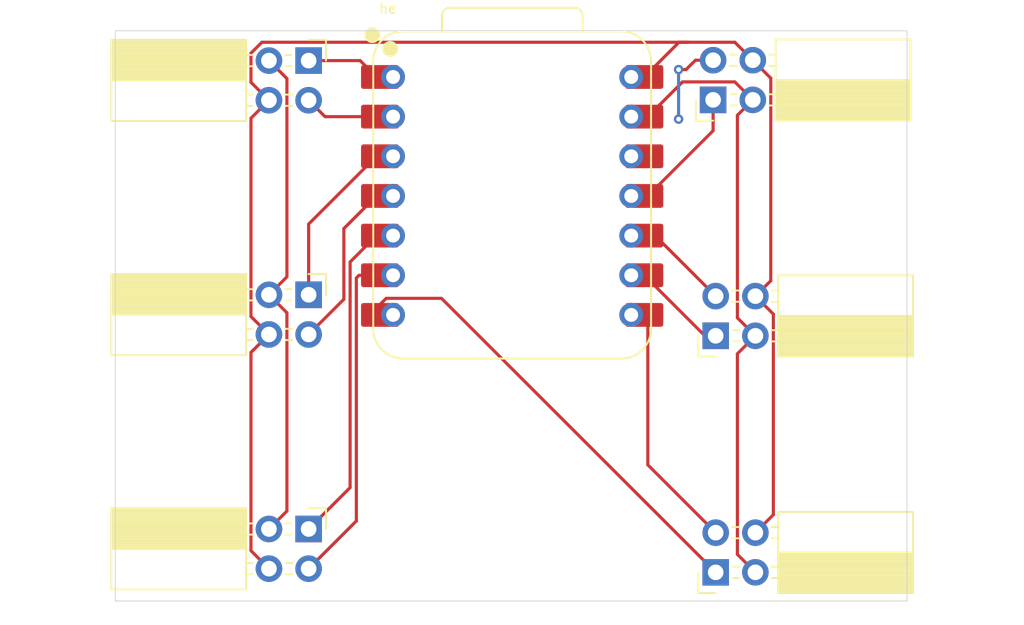
<source format=kicad_pcb>
(kicad_pcb (version 20240108) (generator "pcbnew") (generator_version "8.0")
  (layers (0 "F.Cu" signal) (31 "B.Cu" signal) (34 "B.Paste" user) (35 "F.Paste" user) (36 "B.SilkS" user "B.Silkscreen") (37 "F.SilkS" user "F.Silkscreen") (38 "B.Mask" user) (39 "F.Mask" user) (44 "Edge.Cuts" user))
  (net 0 "")
  (net 1 "5V")
  (net 2 "GND")
  (net 3 "1")
  (net 4 "2")
  (net 5 "3")
  (net 6 "4")
  (net 7 "5")
  (net 8 "6")
  (net 9 "7")
  (net 10 "8")
  (net 11 "9")
  (net 12 "10")
  (net 13 "11")
  (net 14 "12")
  (footprint "Connector_PinSocket_2.54mm:PinSocket_2x02_P2.54mm_Horizontal" (layer "F.Cu") (at 171.235 37.29 180)
    (property "Reference" "dadada" (hide yes))
    (property "Value" "PinSocket_2x02_P2.54mm_Horizontal")
    (fp_line (start 1.11 -1.33) (end 1.11 0) (stroke (width 0.12)) (layer "F.SilkS"))
    (fp_line (start 0 -1.33) (end 1.11 -1.33) (stroke (width 0.12)) (layer "F.SilkS"))
    (fp_line (start -1.49 2.9) (end -1.05 2.9) (stroke (width 0.12)) (layer "F.SilkS"))
    (fp_line (start -1.49 2.18) (end -1.05 2.18) (stroke (width 0.12)) (layer "F.SilkS"))
    (fp_line (start -1.49 0.36) (end -1.11 0.36) (stroke (width 0.12)) (layer "F.SilkS"))
    (fp_line (start -1.49 -0.36) (end -1.11 -0.36) (stroke (width 0.12)) (layer "F.SilkS"))
    (fp_line (start -4 2.9) (end -3.59 2.9) (stroke (width 0.12)) (layer "F.SilkS"))
    (fp_line (start -4 2.18) (end -3.59 2.18) (stroke (width 0.12)) (layer "F.SilkS"))
    (fp_line (start -4 0.36) (end -3.59 0.36) (stroke (width 0.12)) (layer "F.SilkS"))
    (fp_line (start -4 -0.36) (end -3.59 -0.36) (stroke (width 0.12)) (layer "F.SilkS"))
    (fp_line (start -4 -1.33) (end -4 3.87) (stroke (width 0.12)) (layer "F.SilkS"))
    (fp_line (start -12.63 3.87) (end -4 3.87) (stroke (width 0.12)) (layer "F.SilkS"))
    (fp_line (start -12.63 1.27) (end -4 1.27) (stroke (width 0.12)) (layer "F.SilkS"))
    (fp_line (start -12.63 1.1519) (end -4 1.1519) (stroke (width 0.12)) (layer "F.SilkS"))
    (fp_line (start -12.63 1.033805) (end -4 1.033805) (stroke (width 0.12)) (layer "F.SilkS"))
    (fp_line (start -12.63 0.91571) (end -4 0.91571) (stroke (width 0.12)) (layer "F.SilkS"))
    (fp_line (start -12.63 0.797615) (end -4 0.797615) (stroke (width 0.12)) (layer "F.SilkS"))
    (fp_line (start -12.63 0.67952) (end -4 0.67952) (stroke (width 0.12)) (layer "F.SilkS"))
    (fp_line (start -12.63 0.561425) (end -4 0.561425) (stroke (width 0.12)) (layer "F.SilkS"))
    (fp_line (start -12.63 0.44333) (end -4 0.44333) (stroke (width 0.12)) (layer "F.SilkS"))
    (fp_line (start -12.63 0.325235) (end -4 0.325235) (stroke (width 0.12)) (layer "F.SilkS"))
    (fp_line (start -12.63 0.20714) (end -4 0.20714) (stroke (width 0.12)) (layer "F.SilkS"))
    (fp_line (start -12.63 0.089045) (end -4 0.089045) (stroke (width 0.12)) (layer "F.SilkS"))
    (fp_line (start -12.63 -0.02905) (end -4 -0.02905) (stroke (width 0.12)) (layer "F.SilkS"))
    (fp_line (start -12.63 -0.147145) (end -4 -0.147145) (stroke (width 0.12)) (layer "F.SilkS"))
    (fp_line (start -12.63 -0.26524) (end -4 -0.26524) (stroke (width 0.12)) (layer "F.SilkS"))
    (fp_line (start -12.63 -0.383335) (end -4 -0.383335) (stroke (width 0.12)) (layer "F.SilkS"))
    (fp_line (start -12.63 -0.50143) (end -4 -0.50143) (stroke (width 0.12)) (layer "F.SilkS"))
    (fp_line (start -12.63 -0.619525) (end -4 -0.619525) (stroke (width 0.12)) (layer "F.SilkS"))
    (fp_line (start -12.63 -0.73762) (end -4 -0.73762) (stroke (width 0.12)) (layer "F.SilkS"))
    (fp_line (start -12.63 -0.855715) (end -4 -0.855715) (stroke (width 0.12)) (layer "F.SilkS"))
    (fp_line (start -12.63 -0.97381) (end -4 -0.97381) (stroke (width 0.12)) (layer "F.SilkS"))
    (fp_line (start -12.63 -1.091905) (end -4 -1.091905) (stroke (width 0.12)) (layer "F.SilkS"))
    (fp_line (start -12.63 -1.21) (end -4 -1.21) (stroke (width 0.12)) (layer "F.SilkS"))
    (fp_line (start -12.63 -1.33) (end -4 -1.33) (stroke (width 0.12)) (layer "F.SilkS"))
    (fp_line (start -12.63 -1.33) (end -12.63 3.87) (stroke (width 0.12)) (layer "F.SilkS"))
    (pad "1" thru_hole rect (at 0 0 180) (size 1.7 1.7) (drill 1) (layers "*.Cu" "*.Mask") (net 13 "11"))
    (pad "2" thru_hole oval (at -2.54 0 180) (size 1.7 1.7) (drill 1) (layers "*.Cu" "*.Mask") (net 2 "GND"))
    (pad "3" thru_hole oval (at 0 2.54 180) (size 1.7 1.7) (drill 1) (layers "*.Cu" "*.Mask") (net 14 "12"))
    (pad "4" thru_hole oval (at -2.54 2.54 180) (size 1.7 1.7) (drill 1) (layers "*.Cu" "*.Mask") (net 1 "5V"))
  )
  (footprint "Connector_PinSocket_2.54mm:PinSocket_2x02_P2.54mm_Horizontal" (layer "F.Cu") (at 145.35 64.775)
    (property "Reference" "adadad" (hide yes))
    (property "Value" "PinSocket_2x02_P2.54mm_Horizontal")
    (fp_line (start -12.63 -1.33) (end -12.63 3.87) (stroke (width 0.12)) (layer "F.SilkS"))
    (fp_line (start -12.63 -1.33) (end -4 -1.33) (stroke (width 0.12)) (layer "F.SilkS"))
    (fp_line (start -12.63 -1.21) (end -4 -1.21) (stroke (width 0.12)) (layer "F.SilkS"))
    (fp_line (start -12.63 -1.091905) (end -4 -1.091905) (stroke (width 0.12)) (layer "F.SilkS"))
    (fp_line (start -12.63 -0.97381) (end -4 -0.97381) (stroke (width 0.12)) (layer "F.SilkS"))
    (fp_line (start -12.63 -0.855715) (end -4 -0.855715) (stroke (width 0.12)) (layer "F.SilkS"))
    (fp_line (start -12.63 -0.73762) (end -4 -0.73762) (stroke (width 0.12)) (layer "F.SilkS"))
    (fp_line (start -12.63 -0.619525) (end -4 -0.619525) (stroke (width 0.12)) (layer "F.SilkS"))
    (fp_line (start -12.63 -0.50143) (end -4 -0.50143) (stroke (width 0.12)) (layer "F.SilkS"))
    (fp_line (start -12.63 -0.383335) (end -4 -0.383335) (stroke (width 0.12)) (layer "F.SilkS"))
    (fp_line (start -12.63 -0.26524) (end -4 -0.26524) (stroke (width 0.12)) (layer "F.SilkS"))
    (fp_line (start -12.63 -0.147145) (end -4 -0.147145) (stroke (width 0.12)) (layer "F.SilkS"))
    (fp_line (start -12.63 -0.02905) (end -4 -0.02905) (stroke (width 0.12)) (layer "F.SilkS"))
    (fp_line (start -12.63 0.089045) (end -4 0.089045) (stroke (width 0.12)) (layer "F.SilkS"))
    (fp_line (start -12.63 0.20714) (end -4 0.20714) (stroke (width 0.12)) (layer "F.SilkS"))
    (fp_line (start -12.63 0.325235) (end -4 0.325235) (stroke (width 0.12)) (layer "F.SilkS"))
    (fp_line (start -12.63 0.44333) (end -4 0.44333) (stroke (width 0.12)) (layer "F.SilkS"))
    (fp_line (start -12.63 0.561425) (end -4 0.561425) (stroke (width 0.12)) (layer "F.SilkS"))
    (fp_line (start -12.63 0.67952) (end -4 0.67952) (stroke (width 0.12)) (layer "F.SilkS"))
    (fp_line (start -12.63 0.797615) (end -4 0.797615) (stroke (width 0.12)) (layer "F.SilkS"))
    (fp_line (start -12.63 0.91571) (end -4 0.91571) (stroke (width 0.12)) (layer "F.SilkS"))
    (fp_line (start -12.63 1.033805) (end -4 1.033805) (stroke (width 0.12)) (layer "F.SilkS"))
    (fp_line (start -12.63 1.1519) (end -4 1.1519) (stroke (width 0.12)) (layer "F.SilkS"))
    (fp_line (start -12.63 1.27) (end -4 1.27) (stroke (width 0.12)) (layer "F.SilkS"))
    (fp_line (start -12.63 3.87) (end -4 3.87) (stroke (width 0.12)) (layer "F.SilkS"))
    (fp_line (start -4 -1.33) (end -4 3.87) (stroke (width 0.12)) (layer "F.SilkS"))
    (fp_line (start -4 -0.36) (end -3.59 -0.36) (stroke (width 0.12)) (layer "F.SilkS"))
    (fp_line (start -4 0.36) (end -3.59 0.36) (stroke (width 0.12)) (layer "F.SilkS"))
    (fp_line (start -4 2.18) (end -3.59 2.18) (stroke (width 0.12)) (layer "F.SilkS"))
    (fp_line (start -4 2.9) (end -3.59 2.9) (stroke (width 0.12)) (layer "F.SilkS"))
    (fp_line (start -1.49 -0.36) (end -1.11 -0.36) (stroke (width 0.12)) (layer "F.SilkS"))
    (fp_line (start -1.49 0.36) (end -1.11 0.36) (stroke (width 0.12)) (layer "F.SilkS"))
    (fp_line (start -1.49 2.18) (end -1.05 2.18) (stroke (width 0.12)) (layer "F.SilkS"))
    (fp_line (start -1.49 2.9) (end -1.05 2.9) (stroke (width 0.12)) (layer "F.SilkS"))
    (fp_line (start 0 -1.33) (end 1.11 -1.33) (stroke (width 0.12)) (layer "F.SilkS"))
    (fp_line (start 1.11 -1.33) (end 1.11 0) (stroke (width 0.12)) (layer "F.SilkS"))
    (pad "1" thru_hole rect (at 0 0) (size 1.7 1.7) (drill 1) (layers "*.Cu" "*.Mask") (net 7 "5"))
    (pad "2" thru_hole oval (at -2.54 0) (size 1.7 1.7) (drill 1) (layers "*.Cu" "*.Mask") (net 2 "GND"))
    (pad "3" thru_hole oval (at 0 2.54) (size 1.7 1.7) (drill 1) (layers "*.Cu" "*.Mask") (net 8 "6"))
    (pad "4" thru_hole oval (at -2.54 2.54) (size 1.7 1.7) (drill 1) (layers "*.Cu" "*.Mask") (net 1 "5V"))
  )
  (footprint "Connector_PinSocket_2.54mm:PinSocket_2x02_P2.54mm_Horizontal" (layer "F.Cu") (at 145.35 49.775)
    (property "Reference" "ad" (hide yes))
    (property "Value" "PinSocket_2x02_P2.54mm_Horizontal")
    (fp_line (start -12.63 -1.33) (end -12.63 3.87) (stroke (width 0.12)) (layer "F.SilkS"))
    (fp_line (start -12.63 -1.33) (end -4 -1.33) (stroke (width 0.12)) (layer "F.SilkS"))
    (fp_line (start -12.63 -1.21) (end -4 -1.21) (stroke (width 0.12)) (layer "F.SilkS"))
    (fp_line (start -12.63 -1.091905) (end -4 -1.091905) (stroke (width 0.12)) (layer "F.SilkS"))
    (fp_line (start -12.63 -0.97381) (end -4 -0.97381) (stroke (width 0.12)) (layer "F.SilkS"))
    (fp_line (start -12.63 -0.855715) (end -4 -0.855715) (stroke (width 0.12)) (layer "F.SilkS"))
    (fp_line (start -12.63 -0.73762) (end -4 -0.73762) (stroke (width 0.12)) (layer "F.SilkS"))
    (fp_line (start -12.63 -0.619525) (end -4 -0.619525) (stroke (width 0.12)) (layer "F.SilkS"))
    (fp_line (start -12.63 -0.50143) (end -4 -0.50143) (stroke (width 0.12)) (layer "F.SilkS"))
    (fp_line (start -12.63 -0.383335) (end -4 -0.383335) (stroke (width 0.12)) (layer "F.SilkS"))
    (fp_line (start -12.63 -0.26524) (end -4 -0.26524) (stroke (width 0.12)) (layer "F.SilkS"))
    (fp_line (start -12.63 -0.147145) (end -4 -0.147145) (stroke (width 0.12)) (layer "F.SilkS"))
    (fp_line (start -12.63 -0.02905) (end -4 -0.02905) (stroke (width 0.12)) (layer "F.SilkS"))
    (fp_line (start -12.63 0.089045) (end -4 0.089045) (stroke (width 0.12)) (layer "F.SilkS"))
    (fp_line (start -12.63 0.20714) (end -4 0.20714) (stroke (width 0.12)) (layer "F.SilkS"))
    (fp_line (start -12.63 0.325235) (end -4 0.325235) (stroke (width 0.12)) (layer "F.SilkS"))
    (fp_line (start -12.63 0.44333) (end -4 0.44333) (stroke (width 0.12)) (layer "F.SilkS"))
    (fp_line (start -12.63 0.561425) (end -4 0.561425) (stroke (width 0.12)) (layer "F.SilkS"))
    (fp_line (start -12.63 0.67952) (end -4 0.67952) (stroke (width 0.12)) (layer "F.SilkS"))
    (fp_line (start -12.63 0.797615) (end -4 0.797615) (stroke (width 0.12)) (layer "F.SilkS"))
    (fp_line (start -12.63 0.91571) (end -4 0.91571) (stroke (width 0.12)) (layer "F.SilkS"))
    (fp_line (start -12.63 1.033805) (end -4 1.033805) (stroke (width 0.12)) (layer "F.SilkS"))
    (fp_line (start -12.63 1.1519) (end -4 1.1519) (stroke (width 0.12)) (layer "F.SilkS"))
    (fp_line (start -12.63 1.27) (end -4 1.27) (stroke (width 0.12)) (layer "F.SilkS"))
    (fp_line (start -12.63 3.87) (end -4 3.87) (stroke (width 0.12)) (layer "F.SilkS"))
    (fp_line (start -4 -1.33) (end -4 3.87) (stroke (width 0.12)) (layer "F.SilkS"))
    (fp_line (start -4 -0.36) (end -3.59 -0.36) (stroke (width 0.12)) (layer "F.SilkS"))
    (fp_line (start -4 0.36) (end -3.59 0.36) (stroke (width 0.12)) (layer "F.SilkS"))
    (fp_line (start -4 2.18) (end -3.59 2.18) (stroke (width 0.12)) (layer "F.SilkS"))
    (fp_line (start -4 2.9) (end -3.59 2.9) (stroke (width 0.12)) (layer "F.SilkS"))
    (fp_line (start -1.49 -0.36) (end -1.11 -0.36) (stroke (width 0.12)) (layer "F.SilkS"))
    (fp_line (start -1.49 0.36) (end -1.11 0.36) (stroke (width 0.12)) (layer "F.SilkS"))
    (fp_line (start -1.49 2.18) (end -1.05 2.18) (stroke (width 0.12)) (layer "F.SilkS"))
    (fp_line (start -1.49 2.9) (end -1.05 2.9) (stroke (width 0.12)) (layer "F.SilkS"))
    (fp_line (start 0 -1.33) (end 1.11 -1.33) (stroke (width 0.12)) (layer "F.SilkS"))
    (fp_line (start 1.11 -1.33) (end 1.11 0) (stroke (width 0.12)) (layer "F.SilkS"))
    (pad "1" thru_hole rect (at 0 0) (size 1.7 1.7) (drill 1) (layers "*.Cu" "*.Mask") (net 5 "3"))
    (pad "2" thru_hole oval (at -2.54 0) (size 1.7 1.7) (drill 1) (layers "*.Cu" "*.Mask") (net 2 "GND"))
    (pad "3" thru_hole oval (at 0 2.54) (size 1.7 1.7) (drill 1) (layers "*.Cu" "*.Mask") (net 6 "4"))
    (pad "4" thru_hole oval (at -2.54 2.54) (size 1.7 1.7) (drill 1) (layers "*.Cu" "*.Mask") (net 1 "5V"))
  )
  (footprint "Connector_PinSocket_2.54mm:PinSocket_2x02_P2.54mm_Horizontal" (layer "F.Cu") (at 171.4 67.55 180)
    (property "Reference" "REF**5" (hide yes))
    (property "Value" "PinSocket_2x02_P2.54mm_Horizontal")
    (fp_line (start 1.11 -1.33) (end 1.11 0) (stroke (width 0.12)) (layer "F.SilkS"))
    (fp_line (start 0 -1.33) (end 1.11 -1.33) (stroke (width 0.12)) (layer "F.SilkS"))
    (fp_line (start -1.49 2.9) (end -1.05 2.9) (stroke (width 0.12)) (layer "F.SilkS"))
    (fp_line (start -1.49 2.18) (end -1.05 2.18) (stroke (width 0.12)) (layer "F.SilkS"))
    (fp_line (start -1.49 0.36) (end -1.11 0.36) (stroke (width 0.12)) (layer "F.SilkS"))
    (fp_line (start -1.49 -0.36) (end -1.11 -0.36) (stroke (width 0.12)) (layer "F.SilkS"))
    (fp_line (start -4 2.9) (end -3.59 2.9) (stroke (width 0.12)) (layer "F.SilkS"))
    (fp_line (start -4 2.18) (end -3.59 2.18) (stroke (width 0.12)) (layer "F.SilkS"))
    (fp_line (start -4 0.36) (end -3.59 0.36) (stroke (width 0.12)) (layer "F.SilkS"))
    (fp_line (start -4 -0.36) (end -3.59 -0.36) (stroke (width 0.12)) (layer "F.SilkS"))
    (fp_line (start -4 -1.33) (end -4 3.87) (stroke (width 0.12)) (layer "F.SilkS"))
    (fp_line (start -12.63 3.87) (end -4 3.87) (stroke (width 0.12)) (layer "F.SilkS"))
    (fp_line (start -12.63 1.27) (end -4 1.27) (stroke (width 0.12)) (layer "F.SilkS"))
    (fp_line (start -12.63 1.1519) (end -4 1.1519) (stroke (width 0.12)) (layer "F.SilkS"))
    (fp_line (start -12.63 1.033805) (end -4 1.033805) (stroke (width 0.12)) (layer "F.SilkS"))
    (fp_line (start -12.63 0.91571) (end -4 0.91571) (stroke (width 0.12)) (layer "F.SilkS"))
    (fp_line (start -12.63 0.797615) (end -4 0.797615) (stroke (width 0.12)) (layer "F.SilkS"))
    (fp_line (start -12.63 0.67952) (end -4 0.67952) (stroke (width 0.12)) (layer "F.SilkS"))
    (fp_line (start -12.63 0.561425) (end -4 0.561425) (stroke (width 0.12)) (layer "F.SilkS"))
    (fp_line (start -12.63 0.44333) (end -4 0.44333) (stroke (width 0.12)) (layer "F.SilkS"))
    (fp_line (start -12.63 0.325235) (end -4 0.325235) (stroke (width 0.12)) (layer "F.SilkS"))
    (fp_line (start -12.63 0.20714) (end -4 0.20714) (stroke (width 0.12)) (layer "F.SilkS"))
    (fp_line (start -12.63 0.089045) (end -4 0.089045) (stroke (width 0.12)) (layer "F.SilkS"))
    (fp_line (start -12.63 -0.02905) (end -4 -0.02905) (stroke (width 0.12)) (layer "F.SilkS"))
    (fp_line (start -12.63 -0.147145) (end -4 -0.147145) (stroke (width 0.12)) (layer "F.SilkS"))
    (fp_line (start -12.63 -0.26524) (end -4 -0.26524) (stroke (width 0.12)) (layer "F.SilkS"))
    (fp_line (start -12.63 -0.383335) (end -4 -0.383335) (stroke (width 0.12)) (layer "F.SilkS"))
    (fp_line (start -12.63 -0.50143) (end -4 -0.50143) (stroke (width 0.12)) (layer "F.SilkS"))
    (fp_line (start -12.63 -0.619525) (end -4 -0.619525) (stroke (width 0.12)) (layer "F.SilkS"))
    (fp_line (start -12.63 -0.73762) (end -4 -0.73762) (stroke (width 0.12)) (layer "F.SilkS"))
    (fp_line (start -12.63 -0.855715) (end -4 -0.855715) (stroke (width 0.12)) (layer "F.SilkS"))
    (fp_line (start -12.63 -0.97381) (end -4 -0.97381) (stroke (width 0.12)) (layer "F.SilkS"))
    (fp_line (start -12.63 -1.091905) (end -4 -1.091905) (stroke (width 0.12)) (layer "F.SilkS"))
    (fp_line (start -12.63 -1.21) (end -4 -1.21) (stroke (width 0.12)) (layer "F.SilkS"))
    (fp_line (start -12.63 -1.33) (end -4 -1.33) (stroke (width 0.12)) (layer "F.SilkS"))
    (fp_line (start -12.63 -1.33) (end -12.63 3.87) (stroke (width 0.12)) (layer "F.SilkS"))
    (pad "1" thru_hole rect (at 0 0 180) (size 1.7 1.7) (drill 1) (layers "*.Cu" "*.Mask") (net 9 "7"))
    (pad "2" thru_hole oval (at -2.54 0 180) (size 1.7 1.7) (drill 1) (layers "*.Cu" "*.Mask") (net 2 "GND"))
    (pad "3" thru_hole oval (at 0 2.54 180) (size 1.7 1.7) (drill 1) (layers "*.Cu" "*.Mask") (net 10 "8"))
    (pad "4" thru_hole oval (at -2.54 2.54 180) (size 1.7 1.7) (drill 1) (layers "*.Cu" "*.Mask" "B.Paste") (net 1 "5V"))
  )
  (footprint "_kicad_footprints:XIAO-ESP32C6-DIP" (layer "F.Cu") (at 158.42 43.4435)
    (property "Reference" "he" (at -8 -12 0) (layer "F.SilkS") (effects (font (size 0.635 0.635) (thickness 0.1016))))
    (property "Value" "XIAO-ESP32-C6-DIP")
    (fp_line (start -8.935 8.509) (end -8.935 -8.636) (stroke (width 0.127)) (layer "F.SilkS"))
    (fp_line (start -7.03 10.414) (end 6.94 10.414) (stroke (width 0.127)) (layer "F.SilkS"))
    (fp_line (start -4.54 -10.541) (end -4.536272 -11.551272) (stroke (width 0.127)) (layer "F.SilkS"))
    (fp_line (start -4.036272 -12.051) (end 3.959 -12.051) (stroke (width 0.127)) (layer "F.SilkS"))
    (fp_line (start 4.459 -11.551) (end 4.459 -10.541) (stroke (width 0.127)) (layer "F.SilkS"))
    (fp_line (start 6.94 -10.541) (end -7.03 -10.541) (stroke (width 0.1)) (layer "F.SilkS"))
    (fp_line (start 6.94 -10.541) (end -7.03 -10.541) (stroke (width 0.127)) (layer "F.SilkS"))
    (fp_line (start 8.845 8.509) (end 8.845 -8.636) (stroke (width 0.127)) (layer "F.SilkS"))
    (fp_arc (start -8.935 -8.636) (mid -8.377038 -9.983038) (end -7.03 -10.541) (stroke (width 0.127)) (layer "F.SilkS"))
    (fp_arc (start -7.03 10.414) (mid -8.377038 9.856038) (end -8.935 8.509) (stroke (width 0.127)) (layer "F.SilkS"))
    (fp_arc (start -4.536272 -11.551272) (mid -4.389724 -11.904644) (end -4.036272 -12.051) (stroke (width 0.127)) (layer "F.SilkS"))
    (fp_arc (start 3.959 -12.051) (mid 4.312553 -11.904553) (end 4.459 -11.551) (stroke (width 0.127)) (layer "F.SilkS"))
    (fp_arc (start 6.94 -10.541) (mid 8.287038 -9.983038) (end 8.845 -8.636) (stroke (width 0.127)) (layer "F.SilkS"))
    (fp_arc (start 8.845 8.509) (mid 8.287038 9.856038) (end 6.94 10.414) (stroke (width 0.127)) (layer "F.SilkS"))
    (fp_circle (center -8.995 -10.3) (end -8.995 -10.554) (stroke (width 0.5)) (fill solid) (layer "F.SilkS"))
    (fp_circle (center -7.852 -9.42) (end -7.852 -9.674) (stroke (width 0.5)) (fill solid) (layer "F.SilkS"))
    (pad "1" smd roundrect (at -8.5 -7.62 180) (size 2.432 1.524) (layers "F.Cu" "F.Mask") (roundrect_rratio 0.1) (net 3 "1"))
    (pad "1" thru_hole circle (at -7.665 -7.62 180) (size 1.524 1.524) (drill 0.889) (layers "*.Cu" "*.Mask"))
    (pad "2" smd roundrect (at -8.5 -5.08 180) (size 2.432 1.524) (layers "F.Cu" "F.Mask") (roundrect_rratio 0.1) (net 4 "2"))
    (pad "2" thru_hole circle (at -7.665 -5.08 180) (size 1.524 1.524) (drill 0.889) (layers "*.Cu" "*.Mask"))
    (pad "3" smd roundrect (at -8.5 -2.54 180) (size 2.432 1.524) (layers "F.Cu" "F.Mask") (roundrect_rratio 0.1) (net 5 "3"))
    (pad "3" thru_hole circle (at -7.665 -2.54 180) (size 1.524 1.524) (drill 0.889) (layers "*.Cu" "*.Mask"))
    (pad "4" smd roundrect (at -8.5 0 180) (size 2.432 1.524) (layers "F.Cu" "F.Mask") (roundrect_rratio 0.1) (net 6 "4"))
    (pad "4" thru_hole circle (at -7.665 0 180) (size 1.524 1.524) (drill 0.889) (layers "*.Cu" "*.Mask"))
    (pad "5" smd roundrect (at -8.5 2.54 180) (size 2.432 1.524) (layers "F.Cu" "F.Mask") (roundrect_rratio 0.1) (net 7 "5"))
    (pad "5" thru_hole circle (at -7.665 2.54 180) (size 1.524 1.524) (drill 0.889) (layers "*.Cu" "*.Mask"))
    (pad "6" smd roundrect (at -8.5 5.08 180) (size 2.432 1.524) (layers "F.Cu" "F.Mask") (roundrect_rratio 0.1) (net 8 "6"))
    (pad "6" thru_hole circle (at -7.665 5.08 180) (size 1.524 1.524) (drill 0.889) (layers "*.Cu" "*.Mask"))
    (pad "7" smd roundrect (at -8.5 7.62 180) (size 2.432 1.524) (layers "F.Cu" "F.Mask") (roundrect_rratio 0.1) (net 9 "7"))
    (pad "7" thru_hole circle (at -7.665 7.62 180) (size 1.524 1.524) (drill 0.889) (layers "*.Cu" "*.Mask"))
    (pad "8" thru_hole circle (at 7.575 7.62) (size 1.524 1.524) (drill 0.889) (layers "*.Cu" "*.Mask"))
    (pad "8" smd roundrect (at 8.41 7.62) (size 2.432 1.524) (layers "F.Cu" "F.Mask") (roundrect_rratio 0.1) (net 10 "8"))
    (pad "9" thru_hole circle (at 7.575 5.08) (size 1.524 1.524) (drill 0.889) (layers "*.Cu" "*.Mask"))
    (pad "9" smd roundrect (at 8.41 5.08) (size 2.432 1.524) (layers "F.Cu" "F.Mask") (roundrect_rratio 0.1) (net 11 "9"))
    (pad "10" thru_hole circle (at 7.575 2.54) (size 1.524 1.524) (drill 0.889) (layers "*.Cu" "*.Mask"))
    (pad "10" smd roundrect (at 8.41 2.54) (size 2.432 1.524) (layers "F.Cu" "F.Mask") (roundrect_rratio 0.1) (net 12 "10"))
    (pad "11" thru_hole circle (at 7.575 0) (size 1.524 1.524) (drill 0.889) (layers "*.Cu" "*.Mask"))
    (pad "11" smd roundrect (at 8.41 0) (size 2.432 1.524) (layers "F.Cu" "F.Mask") (roundrect_rratio 0.1) (net 13 "11"))
    (pad "12" thru_hole circle (at 7.575 -2.54) (size 1.524 1.524) (drill 0.889) (layers "*.Cu" "*.Mask"))
    (pad "12" smd roundrect (at 8.41 -2.54) (size 2.432 1.524) (layers "F.Cu" "F.Mask") (roundrect_rratio 0.1))
    (pad "13" thru_hole circle (at 7.575 -5.08) (size 1.524 1.524) (drill 0.889) (layers "*.Cu" "*.Mask"))
    (pad "13" smd roundrect (at 8.41 -5.08) (size 2.432 1.524) (layers "F.Cu" "F.Mask") (roundrect_rratio 0.1) (net 2 "GND"))
    (pad "14" thru_hole circle (at 7.575 -7.62) (size 1.524 1.524) (drill 0.889) (layers "*.Cu" "*.Mask"))
    (pad "14" smd roundrect (at 8.41 -7.62) (size 2.432 1.524) (layers "F.Cu" "F.Mask") (roundrect_rratio 0.1) (net 1 "5V"))
  )
  (footprint "Connector_PinSocket_2.54mm:PinSocket_2x02_P2.54mm_Horizontal" (layer "F.Cu") (at 171.4 52.4 180)
    (property "Reference" "fdsf" (hide yes))
    (property "Value" "PinSocket_2x02_P2.54mm_Horizontal")
    (fp_line (start 1.11 -1.33) (end 1.11 0) (stroke (width 0.12)) (layer "F.SilkS"))
    (fp_line (start 0 -1.33) (end 1.11 -1.33) (stroke (width 0.12)) (layer "F.SilkS"))
    (fp_line (start -1.49 2.9) (end -1.05 2.9) (stroke (width 0.12)) (layer "F.SilkS"))
    (fp_line (start -1.49 2.18) (end -1.05 2.18) (stroke (width 0.12)) (layer "F.SilkS"))
    (fp_line (start -1.49 0.36) (end -1.11 0.36) (stroke (width 0.12)) (layer "F.SilkS"))
    (fp_line (start -1.49 -0.36) (end -1.11 -0.36) (stroke (width 0.12)) (layer "F.SilkS"))
    (fp_line (start -4 2.9) (end -3.59 2.9) (stroke (width 0.12)) (layer "F.SilkS"))
    (fp_line (start -4 2.18) (end -3.59 2.18) (stroke (width 0.12)) (layer "F.SilkS"))
    (fp_line (start -4 0.36) (end -3.59 0.36) (stroke (width 0.12)) (layer "F.SilkS"))
    (fp_line (start -4 -0.36) (end -3.59 -0.36) (stroke (width 0.12)) (layer "F.SilkS"))
    (fp_line (start -4 -1.33) (end -4 3.87) (stroke (width 0.12)) (layer "F.SilkS"))
    (fp_line (start -12.63 3.87) (end -4 3.87) (stroke (width 0.12)) (layer "F.SilkS"))
    (fp_line (start -12.63 1.27) (end -4 1.27) (stroke (width 0.12)) (layer "F.SilkS"))
    (fp_line (start -12.63 1.1519) (end -4 1.1519) (stroke (width 0.12)) (layer "F.SilkS"))
    (fp_line (start -12.63 1.033805) (end -4 1.033805) (stroke (width 0.12)) (layer "F.SilkS"))
    (fp_line (start -12.63 0.91571) (end -4 0.91571) (stroke (width 0.12)) (layer "F.SilkS"))
    (fp_line (start -12.63 0.797615) (end -4 0.797615) (stroke (width 0.12)) (layer "F.SilkS"))
    (fp_line (start -12.63 0.67952) (end -4 0.67952) (stroke (width 0.12)) (layer "F.SilkS"))
    (fp_line (start -12.63 0.561425) (end -4 0.561425) (stroke (width 0.12)) (layer "F.SilkS"))
    (fp_line (start -12.63 0.44333) (end -4 0.44333) (stroke (width 0.12)) (layer "F.SilkS"))
    (fp_line (start -12.63 0.325235) (end -4 0.325235) (stroke (width 0.12)) (layer "F.SilkS"))
    (fp_line (start -12.63 0.20714) (end -4 0.20714) (stroke (width 0.12)) (layer "F.SilkS"))
    (fp_line (start -12.63 0.089045) (end -4 0.089045) (stroke (width 0.12)) (layer "F.SilkS"))
    (fp_line (start -12.63 -0.02905) (end -4 -0.02905) (stroke (width 0.12)) (layer "F.SilkS"))
    (fp_line (start -12.63 -0.147145) (end -4 -0.147145) (stroke (width 0.12)) (layer "F.SilkS"))
    (fp_line (start -12.63 -0.26524) (end -4 -0.26524) (stroke (width 0.12)) (layer "F.SilkS"))
    (fp_line (start -12.63 -0.383335) (end -4 -0.383335) (stroke (width 0.12)) (layer "F.SilkS"))
    (fp_line (start -12.63 -0.50143) (end -4 -0.50143) (stroke (width 0.12)) (layer "F.SilkS"))
    (fp_line (start -12.63 -0.619525) (end -4 -0.619525) (stroke (width 0.12)) (layer "F.SilkS"))
    (fp_line (start -12.63 -0.73762) (end -4 -0.73762) (stroke (width 0.12)) (layer "F.SilkS"))
    (fp_line (start -12.63 -0.855715) (end -4 -0.855715) (stroke (width 0.12)) (layer "F.SilkS"))
    (fp_line (start -12.63 -0.97381) (end -4 -0.97381) (stroke (width 0.12)) (layer "F.SilkS"))
    (fp_line (start -12.63 -1.091905) (end -4 -1.091905) (stroke (width 0.12)) (layer "F.SilkS"))
    (fp_line (start -12.63 -1.21) (end -4 -1.21) (stroke (width 0.12)) (layer "F.SilkS"))
    (fp_line (start -12.63 -1.33) (end -4 -1.33) (stroke (width 0.12)) (layer "F.SilkS"))
    (fp_line (start -12.63 -1.33) (end -12.63 3.87) (stroke (width 0.12)) (layer "F.SilkS"))
    (pad "1" thru_hole rect (at 0 0 180) (size 1.7 1.7) (drill 1) (layers "*.Cu" "*.Mask") (net 11 "9"))
    (pad "2" thru_hole oval (at -2.54 0 180) (size 1.7 1.7) (drill 1) (layers "*.Cu" "*.Mask") (net 2 "GND"))
    (pad "3" thru_hole oval (at 0 2.54 180) (size 1.7 1.7) (drill 1) (layers "*.Cu" "*.Mask") (net 12 "10"))
    (pad "4" thru_hole oval (at -2.54 2.54 180) (size 1.7 1.7) (drill 1) (layers "*.Cu" "*.Mask") (net 1 "5V"))
  )
  (footprint "Connector_PinSocket_2.54mm:PinSocket_2x02_P2.54mm_Horizontal" (layer "F.Cu") (at 145.35 34.775)
    (property "Reference" "dawdad" (hide yes))
    (property "Value" "PinSocket_2x02_P2.54mm_Horizontal")
    (fp_line (start -12.63 -1.33) (end -12.63 3.87) (stroke (width 0.12)) (layer "F.SilkS"))
    (fp_line (start -12.63 -1.33) (end -4 -1.33) (stroke (width 0.12)) (layer "F.SilkS"))
    (fp_line (start -12.63 -1.21) (end -4 -1.21) (stroke (width 0.12)) (layer "F.SilkS"))
    (fp_line (start -12.63 -1.091905) (end -4 -1.091905) (stroke (width 0.12)) (layer "F.SilkS"))
    (fp_line (start -12.63 -0.97381) (end -4 -0.97381) (stroke (width 0.12)) (layer "F.SilkS"))
    (fp_line (start -12.63 -0.855715) (end -4 -0.855715) (stroke (width 0.12)) (layer "F.SilkS"))
    (fp_line (start -12.63 -0.73762) (end -4 -0.73762) (stroke (width 0.12)) (layer "F.SilkS"))
    (fp_line (start -12.63 -0.619525) (end -4 -0.619525) (stroke (width 0.12)) (layer "F.SilkS"))
    (fp_line (start -12.63 -0.50143) (end -4 -0.50143) (stroke (width 0.12)) (layer "F.SilkS"))
    (fp_line (start -12.63 -0.383335) (end -4 -0.383335) (stroke (width 0.12)) (layer "F.SilkS"))
    (fp_line (start -12.63 -0.26524) (end -4 -0.26524) (stroke (width 0.12)) (layer "F.SilkS"))
    (fp_line (start -12.63 -0.147145) (end -4 -0.147145) (stroke (width 0.12)) (layer "F.SilkS"))
    (fp_line (start -12.63 -0.02905) (end -4 -0.02905) (stroke (width 0.12)) (layer "F.SilkS"))
    (fp_line (start -12.63 0.089045) (end -4 0.089045) (stroke (width 0.12)) (layer "F.SilkS"))
    (fp_line (start -12.63 0.20714) (end -4 0.20714) (stroke (width 0.12)) (layer "F.SilkS"))
    (fp_line (start -12.63 0.325235) (end -4 0.325235) (stroke (width 0.12)) (layer "F.SilkS"))
    (fp_line (start -12.63 0.44333) (end -4 0.44333) (stroke (width 0.12)) (layer "F.SilkS"))
    (fp_line (start -12.63 0.561425) (end -4 0.561425) (stroke (width 0.12)) (layer "F.SilkS"))
    (fp_line (start -12.63 0.67952) (end -4 0.67952) (stroke (width 0.12)) (layer "F.SilkS"))
    (fp_line (start -12.63 0.797615) (end -4 0.797615) (stroke (width 0.12)) (layer "F.SilkS"))
    (fp_line (start -12.63 0.91571) (end -4 0.91571) (stroke (width 0.12)) (layer "F.SilkS"))
    (fp_line (start -12.63 1.033805) (end -4 1.033805) (stroke (width 0.12)) (layer "F.SilkS"))
    (fp_line (start -12.63 1.1519) (end -4 1.1519) (stroke (width 0.12)) (layer "F.SilkS"))
    (fp_line (start -12.63 1.27) (end -4 1.27) (stroke (width 0.12)) (layer "F.SilkS"))
    (fp_line (start -12.63 3.87) (end -4 3.87) (stroke (width 0.12)) (layer "F.SilkS"))
    (fp_line (start -4 -1.33) (end -4 3.87) (stroke (width 0.12)) (layer "F.SilkS"))
    (fp_line (start -4 -0.36) (end -3.59 -0.36) (stroke (width 0.12)) (layer "F.SilkS"))
    (fp_line (start -4 0.36) (end -3.59 0.36) (stroke (width 0.12)) (layer "F.SilkS"))
    (fp_line (start -4 2.18) (end -3.59 2.18) (stroke (width 0.12)) (layer "F.SilkS"))
    (fp_line (start -4 2.9) (end -3.59 2.9) (stroke (width 0.12)) (layer "F.SilkS"))
    (fp_line (start -1.49 -0.36) (end -1.11 -0.36) (stroke (width 0.12)) (layer "F.SilkS"))
    (fp_line (start -1.49 0.36) (end -1.11 0.36) (stroke (width 0.12)) (layer "F.SilkS"))
    (fp_line (start -1.49 2.18) (end -1.05 2.18) (stroke (width 0.12)) (layer "F.SilkS"))
    (fp_line (start -1.49 2.9) (end -1.05 2.9) (stroke (width 0.12)) (layer "F.SilkS"))
    (fp_line (start 0 -1.33) (end 1.11 -1.33) (stroke (width 0.12)) (layer "F.SilkS"))
    (fp_line (start 1.11 -1.33) (end 1.11 0) (stroke (width 0.12)) (layer "F.SilkS"))
    (pad "1" thru_hole rect (at 0 0) (size 1.7 1.7) (drill 1) (layers "*.Cu" "*.Mask") (net 3 "1"))
    (pad "2" thru_hole oval (at -2.54 0) (size 1.7 1.7) (drill 1) (layers "*.Cu" "*.Mask") (net 2 "GND"))
    (pad "2" thru_hole oval (at -2.54 2.54) (size 1.7 1.7) (drill 1) (layers "*.Cu" "*.Mask") (net 1 "5V"))
    (pad "eeeeee" thru_hole oval (at 0 2.54) (size 1.7 1.7) (drill 1) (layers "*.Cu" "*.Mask") (net 4 "2"))
  )
  (gr_rect (start 132.975 32.865) (end 183.645 69.385) (stroke (width 0.05)) (fill none) (layer "Edge.Cuts"))
  (segment (start 169.0535 33.6) (end 167.057 35.5965) (width 0.2) (layer "F.Cu") (net 1))
  (segment (start 141.66 66.165) (end 142.81 67.315) (width 0.2) (layer "F.Cu") (net 1))
  (segment (start 167.057 35.5965) (end 167.057 35.8235) (width 0.2) (layer "F.Cu") (net 1))
  (segment (start 141.66 36.165) (end 142.81 37.315) (width 0.2) (layer "F.Cu") (net 1))
  (segment (start 142.358654 33.6) (end 141.66 34.298654) (width 0.2) (layer "F.Cu") (net 1))
  (segment (start 173.775 34.75) (end 174.925 35.9) (width 0.2) (layer "F.Cu") (net 1))
  (segment (start 174.925 48.875) (end 173.94 49.86) (width 0.2) (layer "F.Cu") (net 1))
  (segment (start 142.81 52.315) (end 141.66 53.465) (width 0.2) (layer "F.Cu") (net 1))
  (segment (start 169.625 33.6) (end 142.358654 33.6) (width 0.2) (layer "F.Cu") (net 1))
  (segment (start 141.66 38.465) (end 142.81 37.315) (width 0.2) (layer "F.Cu") (net 1))
  (segment (start 172.625 33.6) (end 169.625 33.6) (width 0.2) (layer "F.Cu") (net 1))
  (segment (start 169.625 33.6) (end 169.0535 33.6) (width 0.2) (layer "F.Cu") (net 1))
  (segment (start 141.66 34.298654) (end 141.66 36.165) (width 0.2) (layer "F.Cu") (net 1))
  (segment (start 173.94 49.86) (end 175.09 51.01) (width 0.2) (layer "F.Cu") (net 1))
  (segment (start 141.66 51.165) (end 141.66 38.465) (width 0.2) (layer "F.Cu") (net 1))
  (segment (start 142.81 52.315) (end 141.66 51.165) (width 0.2) (layer "F.Cu") (net 1))
  (segment (start 173.775 34.75) (end 172.625 33.6) (width 0.2) (layer "F.Cu") (net 1))
  (segment (start 175.09 51.01) (end 175.09 63.86) (width 0.2) (layer "F.Cu") (net 1))
  (segment (start 141.66 53.465) (end 141.66 66.165) (width 0.2) (layer "F.Cu") (net 1))
  (segment (start 174.925 35.9) (end 174.925 48.875) (width 0.2) (layer "F.Cu") (net 1))
  (segment (start 175.09 63.86) (end 173.94 65.01) (width 0.2) (layer "F.Cu") (net 1))
  (segment (start 142.81 49.775) (end 143.96 50.925) (width 0.2) (layer "F.Cu") (net 2))
  (segment (start 143.96 63.625) (end 142.81 64.775) (width 0.2) (layer "F.Cu") (net 2))
  (segment (start 143.96 35.925) (end 143.96 48.625) (width 0.2) (layer "F.Cu") (net 2))
  (segment (start 172.625 36.14) (end 169.2805 36.14) (width 0.2) (layer "F.Cu") (net 2))
  (segment (start 172.79 38.275) (end 173.775 37.29) (width 0.2) (layer "F.Cu") (net 2))
  (segment (start 173.94 52.4) (end 172.79 51.25) (width 0.2) (layer "F.Cu") (net 2))
  (segment (start 172.79 51.25) (end 172.79 38.275) (width 0.2) (layer "F.Cu") (net 2))
  (segment (start 173.94 67.55) (end 172.79 66.4) (width 0.2) (layer "F.Cu") (net 2))
  (segment (start 143.96 48.625) (end 142.81 49.775) (width 0.2) (layer "F.Cu") (net 2))
  (segment (start 169.2805 36.14) (end 167.057 38.3635) (width 0.2) (layer "F.Cu") (net 2))
  (segment (start 142.81 34.775) (end 143.96 35.925) (width 0.2) (layer "F.Cu") (net 2))
  (segment (start 143.96 50.925) (end 143.96 63.625) (width 0.2) (layer "F.Cu") (net 2))
  (segment (start 172.79 66.4) (end 172.79 53.55) (width 0.2) (layer "F.Cu") (net 2))
  (segment (start 173.775 37.29) (end 172.625 36.14) (width 0.2) (layer "F.Cu") (net 2))
  (segment (start 172.79 53.55) (end 173.94 52.4) (width 0.2) (layer "F.Cu") (net 2))
  (segment (start 148.6445 34.775) (end 149.693 35.8235) (width 0.2) (layer "F.Cu") (net 3))
  (segment (start 145.35 34.775) (end 148.6445 34.775) (width 0.2) (layer "F.Cu") (net 3))
  (segment (start 146.3985 38.3635) (end 149.693 38.3635) (width 0.2) (layer "F.Cu") (net 4))
  (segment (start 145.35 37.315) (end 146.3985 38.3635) (width 0.2) (layer "F.Cu") (net 4))
  (segment (start 145.35 49.775) (end 145.35 45.2465) (width 0.2) (layer "F.Cu") (net 5))
  (segment (start 145.35 45.2465) (end 149.693 40.9035) (width 0.2) (layer "F.Cu") (net 5))
  (segment (start 147.604 50.061) (end 147.604 45.5325) (width 0.2) (layer "F.Cu") (net 6))
  (segment (start 145.35 52.315) (end 147.604 50.061) (width 0.2) (layer "F.Cu") (net 6))
  (segment (start 147.604 45.5325) (end 149.693 43.4435) (width 0.2) (layer "F.Cu") (net 6))
  (segment (start 148.004 62.121) (end 148.004 47.6725) (width 0.2) (layer "F.Cu") (net 7))
  (segment (start 148.004 47.6725) (end 149.693 45.9835) (width 0.2) (layer "F.Cu") (net 7))
  (segment (start 145.35 64.775) (end 148.004 62.121) (width 0.2) (layer "F.Cu") (net 7))
  (segment (start 148.404 64.261) (end 148.404 48.696) (width 0.2) (layer "F.Cu") (net 8))
  (segment (start 148.404 48.696) (end 148.5765 48.5235) (width 0.2) (layer "F.Cu") (net 8))
  (segment (start 145.35 67.315) (end 148.404 64.261) (width 0.2) (layer "F.Cu") (net 8))
  (segment (start 148.5765 48.5235) (end 149.693 48.5235) (width 0.2) (layer "F.Cu") (net 8))
  (segment (start 171.4 67.55) (end 153.8515 50.0015) (width 0.2) (layer "F.Cu") (net 9))
  (segment (start 153.8515 50.0015) (end 150.315105 50.0015) (width 0.2) (layer "F.Cu") (net 9))
  (segment (start 150.315105 50.0015) (end 149.693 50.623605) (width 0.2) (layer "F.Cu") (net 9))
  (segment (start 171.4 65.01) (end 167.057 60.667) (width 0.2) (layer "F.Cu") (net 10))
  (segment (start 167.057 60.667) (end 167.057 51.0635) (width 0.2) (layer "F.Cu") (net 10))
  (segment (start 167.057 48.7505) (end 167.057 48.5235) (width 0.2) (layer "F.Cu") (net 11))
  (segment (start 171.4 52.4) (end 170.7065 52.4) (width 0.2) (layer "F.Cu") (net 11))
  (segment (start 170.7065 52.4) (end 167.057 48.7505) (width 0.2) (layer "F.Cu") (net 11))
  (segment (start 167.5235 45.9835) (end 167.057 45.9835) (width 0.2) (layer "F.Cu") (net 12))
  (segment (start 171.4 49.86) (end 167.5235 45.9835) (width 0.2) (layer "F.Cu") (net 12))
  (segment (start 171.235 37.29) (end 171.235 39.2655) (width 0.2) (layer "F.Cu") (net 13))
  (segment (start 171.235 39.2655) (end 167.057 43.4435) (width 0.2) (layer "F.Cu") (net 13))
  (segment (start 169.025 35.35) (end 169.05 35.35) (width 0.2) (layer "F.Cu") (net 14))
  (segment (start 170.104815 34.75) (end 169.504815 35.35) (width 0.2) (layer "F.Cu") (net 14))
  (segment (start 171.235 34.75) (end 170.104815 34.75) (width 0.2) (layer "F.Cu") (net 14))
  (segment (start 169.504815 35.35) (end 169.025 35.35) (width 0.2) (layer "F.Cu") (net 14))
  (via (at 169.025 38.525) (size 0.6) (drill 0.3) (layers "F.Cu" "B.Cu") (net 14))
  (via (at 169.025 35.35) (size 0.6) (drill 0.3) (layers "F.Cu" "B.Cu") (net 14))
  (segment (start 169.025 35.35) (end 169.025 38.525) (width 0.2) (layer "B.Cu") (net 14))
)
</source>
